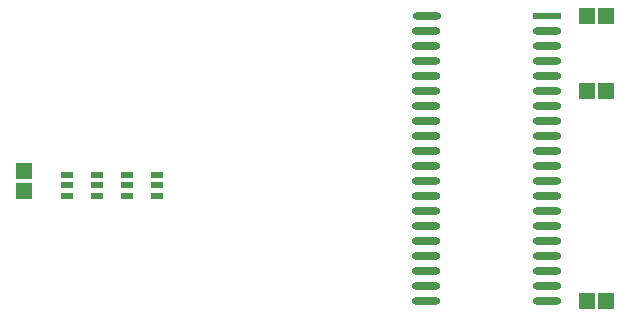
<source format=gbp>
G04 Layer_Color=16770453*
%FSLAX24Y24*%
%MOIN*%
G70*
G01*
G75*
%ADD10R,0.0532X0.0571*%
%ADD11R,0.0945X0.0236*%
%ADD12O,0.0945X0.0236*%
%ADD20R,0.0571X0.0532*%
%ADD21R,0.0400X0.0200*%
D10*
X34575Y28450D02*
D03*
X35225D02*
D03*
X34575Y35450D02*
D03*
X35225D02*
D03*
X34575Y37950D02*
D03*
X35225D02*
D03*
D11*
X33250D02*
D03*
D12*
Y37450D02*
D03*
Y36950D02*
D03*
Y36450D02*
D03*
Y35950D02*
D03*
Y35450D02*
D03*
Y34950D02*
D03*
Y34450D02*
D03*
Y33950D02*
D03*
Y33450D02*
D03*
Y32950D02*
D03*
Y32450D02*
D03*
Y31950D02*
D03*
Y31450D02*
D03*
Y30950D02*
D03*
Y30450D02*
D03*
Y29950D02*
D03*
Y29450D02*
D03*
Y28950D02*
D03*
Y28450D02*
D03*
X29200D02*
D03*
X29250Y37950D02*
D03*
X29200Y37450D02*
D03*
Y36950D02*
D03*
Y36450D02*
D03*
Y35950D02*
D03*
Y35450D02*
D03*
Y34950D02*
D03*
Y34450D02*
D03*
Y33950D02*
D03*
Y33450D02*
D03*
Y32950D02*
D03*
Y32450D02*
D03*
Y31950D02*
D03*
Y31450D02*
D03*
Y30950D02*
D03*
Y30450D02*
D03*
Y29950D02*
D03*
Y29450D02*
D03*
Y28950D02*
D03*
D20*
X15800Y32775D02*
D03*
Y32125D02*
D03*
D21*
X20250Y31950D02*
D03*
Y32300D02*
D03*
Y32650D02*
D03*
X19250Y31950D02*
D03*
Y32300D02*
D03*
Y32650D02*
D03*
X18250D02*
D03*
Y32300D02*
D03*
Y31950D02*
D03*
X17250Y32650D02*
D03*
Y32300D02*
D03*
Y31950D02*
D03*
M02*

</source>
